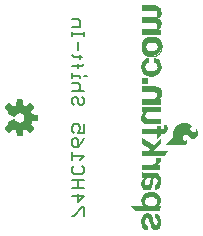
<source format=gbr>
G04 EAGLE Gerber RS-274X export*
G75*
%MOMM*%
%FSLAX34Y34*%
%LPD*%
%INSilkscreen Bottom*%
%IPPOS*%
%AMOC8*
5,1,8,0,0,1.08239X$1,22.5*%
G01*
%ADD10C,0.203200*%
%ADD11C,0.025400*%
%ADD12R,0.485100X0.495300*%

G36*
X40035Y136780D02*
X40035Y136780D01*
X40143Y136794D01*
X40155Y136800D01*
X40169Y136802D01*
X40265Y136854D01*
X40362Y136901D01*
X40372Y136911D01*
X40384Y136917D01*
X40458Y136997D01*
X40535Y137073D01*
X40541Y137085D01*
X40551Y137096D01*
X40596Y137194D01*
X40644Y137291D01*
X40648Y137309D01*
X40652Y137318D01*
X40654Y137339D01*
X40673Y137436D01*
X41116Y141787D01*
X42275Y142158D01*
X42293Y142168D01*
X42390Y142206D01*
X43472Y142763D01*
X46862Y139999D01*
X46956Y139945D01*
X47048Y139888D01*
X47061Y139885D01*
X47073Y139878D01*
X47180Y139857D01*
X47285Y139832D01*
X47299Y139834D01*
X47313Y139831D01*
X47420Y139846D01*
X47528Y139856D01*
X47541Y139862D01*
X47555Y139864D01*
X47652Y139912D01*
X47751Y139957D01*
X47764Y139968D01*
X47773Y139972D01*
X47788Y139988D01*
X47865Y140050D01*
X50450Y142635D01*
X50513Y142724D01*
X50579Y142809D01*
X50584Y142822D01*
X50592Y142834D01*
X50623Y142937D01*
X50659Y143040D01*
X50659Y143054D01*
X50663Y143067D01*
X50659Y143175D01*
X50660Y143284D01*
X50655Y143297D01*
X50655Y143311D01*
X50617Y143413D01*
X50582Y143515D01*
X50573Y143530D01*
X50569Y143539D01*
X50555Y143556D01*
X50501Y143638D01*
X47737Y147028D01*
X48294Y148110D01*
X48300Y148130D01*
X48342Y148225D01*
X48713Y149384D01*
X53064Y149827D01*
X53168Y149855D01*
X53274Y149880D01*
X53286Y149887D01*
X53299Y149890D01*
X53389Y149951D01*
X53482Y150008D01*
X53490Y150019D01*
X53502Y150027D01*
X53568Y150113D01*
X53637Y150197D01*
X53641Y150210D01*
X53650Y150221D01*
X53684Y150324D01*
X53723Y150425D01*
X53724Y150443D01*
X53728Y150452D01*
X53728Y150474D01*
X53737Y150572D01*
X53737Y154228D01*
X53720Y154335D01*
X53706Y154443D01*
X53700Y154455D01*
X53698Y154469D01*
X53646Y154565D01*
X53599Y154662D01*
X53589Y154672D01*
X53583Y154684D01*
X53503Y154758D01*
X53427Y154835D01*
X53415Y154841D01*
X53405Y154851D01*
X53306Y154896D01*
X53209Y154944D01*
X53191Y154948D01*
X53182Y154952D01*
X53161Y154954D01*
X53064Y154973D01*
X48713Y155416D01*
X48342Y156575D01*
X48332Y156593D01*
X48294Y156690D01*
X47737Y157772D01*
X50501Y161162D01*
X50555Y161256D01*
X50612Y161348D01*
X50615Y161361D01*
X50622Y161373D01*
X50643Y161480D01*
X50668Y161585D01*
X50666Y161599D01*
X50669Y161613D01*
X50654Y161720D01*
X50644Y161828D01*
X50638Y161841D01*
X50636Y161855D01*
X50588Y161952D01*
X50543Y162051D01*
X50532Y162064D01*
X50528Y162073D01*
X50512Y162088D01*
X50450Y162165D01*
X47865Y164750D01*
X47776Y164813D01*
X47691Y164879D01*
X47678Y164884D01*
X47666Y164892D01*
X47563Y164923D01*
X47460Y164959D01*
X47446Y164959D01*
X47433Y164963D01*
X47325Y164959D01*
X47216Y164960D01*
X47203Y164955D01*
X47189Y164955D01*
X47087Y164917D01*
X46985Y164882D01*
X46970Y164873D01*
X46961Y164869D01*
X46944Y164855D01*
X46862Y164801D01*
X43472Y162037D01*
X42390Y162594D01*
X42370Y162600D01*
X42275Y162642D01*
X41116Y163013D01*
X40673Y167364D01*
X40645Y167468D01*
X40620Y167574D01*
X40613Y167586D01*
X40610Y167599D01*
X40549Y167689D01*
X40492Y167782D01*
X40481Y167790D01*
X40473Y167802D01*
X40387Y167868D01*
X40303Y167937D01*
X40290Y167941D01*
X40279Y167950D01*
X40176Y167984D01*
X40075Y168023D01*
X40057Y168024D01*
X40048Y168028D01*
X40026Y168028D01*
X39928Y168037D01*
X36272Y168037D01*
X36165Y168020D01*
X36057Y168006D01*
X36045Y168000D01*
X36031Y167998D01*
X35935Y167946D01*
X35838Y167899D01*
X35828Y167889D01*
X35816Y167883D01*
X35742Y167803D01*
X35665Y167727D01*
X35659Y167715D01*
X35649Y167705D01*
X35604Y167606D01*
X35556Y167509D01*
X35552Y167491D01*
X35548Y167482D01*
X35546Y167461D01*
X35527Y167364D01*
X35084Y163013D01*
X33925Y162642D01*
X33907Y162632D01*
X33810Y162594D01*
X32728Y162037D01*
X29338Y164801D01*
X29244Y164855D01*
X29152Y164912D01*
X29139Y164915D01*
X29127Y164922D01*
X29020Y164943D01*
X28915Y164968D01*
X28901Y164966D01*
X28887Y164969D01*
X28780Y164954D01*
X28672Y164944D01*
X28659Y164938D01*
X28646Y164936D01*
X28548Y164888D01*
X28449Y164843D01*
X28436Y164832D01*
X28427Y164828D01*
X28412Y164812D01*
X28335Y164750D01*
X25750Y162165D01*
X25687Y162076D01*
X25621Y161991D01*
X25616Y161978D01*
X25608Y161966D01*
X25577Y161863D01*
X25541Y161760D01*
X25541Y161746D01*
X25537Y161733D01*
X25541Y161625D01*
X25540Y161516D01*
X25545Y161503D01*
X25545Y161489D01*
X25583Y161387D01*
X25618Y161285D01*
X25627Y161270D01*
X25631Y161261D01*
X25645Y161244D01*
X25699Y161162D01*
X28463Y157772D01*
X27906Y156690D01*
X27889Y156637D01*
X27863Y156588D01*
X27852Y156522D01*
X27831Y156458D01*
X27832Y156402D01*
X27823Y156348D01*
X27834Y156281D01*
X27835Y156214D01*
X27853Y156162D01*
X27862Y156107D01*
X27894Y156047D01*
X27917Y155984D01*
X27951Y155941D01*
X27977Y155892D01*
X28026Y155845D01*
X28068Y155793D01*
X28115Y155763D01*
X28155Y155725D01*
X28260Y155668D01*
X28273Y155660D01*
X28278Y155659D01*
X28285Y155655D01*
X33482Y153502D01*
X33581Y153479D01*
X33679Y153450D01*
X33700Y153451D01*
X33720Y153446D01*
X33821Y153456D01*
X33922Y153461D01*
X33942Y153468D01*
X33963Y153470D01*
X34055Y153512D01*
X34150Y153549D01*
X34166Y153562D01*
X34185Y153571D01*
X34259Y153640D01*
X34337Y153705D01*
X34353Y153728D01*
X34363Y153738D01*
X34375Y153759D01*
X34422Y153826D01*
X34928Y154725D01*
X35572Y155412D01*
X36360Y155927D01*
X37248Y156239D01*
X38185Y156331D01*
X39117Y156198D01*
X39991Y155847D01*
X40756Y155298D01*
X41369Y154584D01*
X41794Y153744D01*
X42008Y152828D01*
X41998Y151886D01*
X41764Y150974D01*
X41321Y150144D01*
X40692Y149443D01*
X39915Y148911D01*
X39034Y148580D01*
X38099Y148467D01*
X37182Y148575D01*
X36314Y148895D01*
X35545Y149409D01*
X34918Y150088D01*
X34423Y150972D01*
X34359Y151052D01*
X34299Y151135D01*
X34283Y151147D01*
X34270Y151163D01*
X34184Y151218D01*
X34101Y151278D01*
X34082Y151284D01*
X34065Y151294D01*
X33966Y151319D01*
X33868Y151349D01*
X33848Y151348D01*
X33828Y151353D01*
X33726Y151344D01*
X33624Y151341D01*
X33599Y151333D01*
X33585Y151332D01*
X33563Y151323D01*
X33482Y151298D01*
X28285Y149145D01*
X28238Y149116D01*
X28186Y149095D01*
X28135Y149052D01*
X28078Y149016D01*
X28043Y148973D01*
X28000Y148937D01*
X27966Y148880D01*
X27923Y148828D01*
X27904Y148776D01*
X27875Y148728D01*
X27861Y148662D01*
X27837Y148599D01*
X27835Y148544D01*
X27824Y148490D01*
X27831Y148423D01*
X27829Y148356D01*
X27845Y148302D01*
X27852Y148247D01*
X27896Y148136D01*
X27900Y148122D01*
X27903Y148118D01*
X27906Y148110D01*
X28463Y147028D01*
X25699Y143638D01*
X25645Y143544D01*
X25588Y143452D01*
X25585Y143439D01*
X25578Y143427D01*
X25557Y143320D01*
X25532Y143215D01*
X25534Y143201D01*
X25531Y143187D01*
X25546Y143080D01*
X25556Y142972D01*
X25562Y142959D01*
X25564Y142946D01*
X25612Y142848D01*
X25657Y142749D01*
X25668Y142736D01*
X25672Y142727D01*
X25688Y142712D01*
X25750Y142635D01*
X28335Y140050D01*
X28424Y139987D01*
X28509Y139921D01*
X28522Y139916D01*
X28534Y139908D01*
X28637Y139877D01*
X28740Y139841D01*
X28754Y139841D01*
X28767Y139837D01*
X28875Y139841D01*
X28984Y139840D01*
X28997Y139845D01*
X29011Y139845D01*
X29113Y139883D01*
X29215Y139918D01*
X29230Y139927D01*
X29239Y139931D01*
X29256Y139945D01*
X29338Y139999D01*
X32728Y142763D01*
X33810Y142206D01*
X33830Y142200D01*
X33925Y142158D01*
X35084Y141787D01*
X35527Y137436D01*
X35555Y137332D01*
X35580Y137226D01*
X35587Y137214D01*
X35590Y137201D01*
X35651Y137111D01*
X35708Y137018D01*
X35719Y137010D01*
X35727Y136998D01*
X35813Y136932D01*
X35897Y136864D01*
X35910Y136859D01*
X35921Y136850D01*
X36024Y136816D01*
X36125Y136777D01*
X36143Y136776D01*
X36152Y136772D01*
X36174Y136773D01*
X36272Y136763D01*
X39928Y136763D01*
X40035Y136780D01*
G37*
G36*
X176103Y129137D02*
X176103Y129137D01*
X176109Y129135D01*
X176940Y129205D01*
X176951Y129211D01*
X176966Y129210D01*
X177765Y129450D01*
X177775Y129458D01*
X177789Y129460D01*
X178521Y129861D01*
X178529Y129871D01*
X178542Y129876D01*
X179092Y130346D01*
X179097Y130357D01*
X179109Y130364D01*
X179554Y130934D01*
X179557Y130946D01*
X179567Y130956D01*
X179888Y131604D01*
X179889Y131616D01*
X179897Y131628D01*
X180081Y132327D01*
X180080Y132338D01*
X180085Y132349D01*
X180158Y133289D01*
X180156Y133298D01*
X180159Y133305D01*
X180158Y133307D01*
X180158Y133309D01*
X180085Y134249D01*
X180083Y134253D01*
X180084Y134259D01*
X180008Y134742D01*
X179983Y134781D01*
X179962Y134821D01*
X179958Y134822D01*
X179956Y134825D01*
X179911Y134835D01*
X179867Y134847D01*
X179863Y134845D01*
X179859Y134846D01*
X179821Y134821D01*
X179782Y134798D01*
X179781Y134793D01*
X179778Y134791D01*
X179769Y134750D01*
X179757Y134710D01*
X179773Y134552D01*
X179745Y134414D01*
X179674Y134281D01*
X179075Y133457D01*
X179009Y133389D01*
X178961Y133339D01*
X178823Y133267D01*
X178408Y133174D01*
X177980Y133174D01*
X177564Y133267D01*
X177160Y133473D01*
X176832Y133786D01*
X176467Y134392D01*
X176260Y135070D01*
X176225Y135781D01*
X176322Y136391D01*
X176520Y136977D01*
X176813Y137520D01*
X177178Y137945D01*
X177638Y138260D01*
X178163Y138446D01*
X178719Y138489D01*
X179267Y138387D01*
X179770Y138147D01*
X180205Y137777D01*
X181746Y136324D01*
X181756Y136321D01*
X181762Y136312D01*
X183520Y135125D01*
X183533Y135123D01*
X183543Y135113D01*
X184231Y134833D01*
X184246Y134834D01*
X184261Y134825D01*
X184996Y134726D01*
X185011Y134730D01*
X185028Y134725D01*
X185765Y134812D01*
X185778Y134820D01*
X185796Y134820D01*
X186488Y135087D01*
X186499Y135098D01*
X186516Y135102D01*
X187119Y135533D01*
X187126Y135544D01*
X187138Y135549D01*
X187316Y135738D01*
X187317Y135738D01*
X187555Y135991D01*
X187556Y135991D01*
X187794Y136243D01*
X187796Y136245D01*
X187799Y136253D01*
X187807Y136258D01*
X188367Y137035D01*
X188370Y137045D01*
X188378Y137053D01*
X188766Y137833D01*
X188767Y137845D01*
X188775Y137856D01*
X189006Y138696D01*
X189005Y138708D01*
X189011Y138720D01*
X189077Y139588D01*
X189073Y139599D01*
X189077Y139610D01*
X188991Y140510D01*
X188987Y140519D01*
X188988Y140529D01*
X188768Y141407D01*
X188762Y141415D01*
X188761Y141427D01*
X188660Y141655D01*
X188508Y142011D01*
X188508Y142012D01*
X188287Y142516D01*
X188276Y142526D01*
X188271Y142543D01*
X187933Y142978D01*
X187926Y142981D01*
X187922Y142989D01*
X187897Y143014D01*
X187897Y143015D01*
X187896Y143017D01*
X187804Y143052D01*
X187715Y143011D01*
X187682Y142926D01*
X187682Y142323D01*
X187625Y141812D01*
X187486Y141322D01*
X187231Y140841D01*
X187227Y140838D01*
X186861Y140446D01*
X186401Y140160D01*
X185882Y140003D01*
X185579Y139991D01*
X185279Y140050D01*
X184785Y140256D01*
X184327Y140539D01*
X183917Y140890D01*
X183563Y141302D01*
X182912Y142204D01*
X182663Y142692D01*
X182565Y143222D01*
X182623Y143760D01*
X182688Y143934D01*
X182937Y144295D01*
X183276Y144569D01*
X183379Y144613D01*
X183499Y144629D01*
X184379Y144629D01*
X184420Y144646D01*
X184462Y144660D01*
X184465Y144665D01*
X184470Y144667D01*
X184486Y144708D01*
X184505Y144748D01*
X184503Y144754D01*
X184505Y144759D01*
X184493Y144786D01*
X184477Y144835D01*
X183556Y145961D01*
X183544Y145967D01*
X183537Y145979D01*
X182400Y146886D01*
X182389Y146889D01*
X182381Y146898D01*
X181447Y147400D01*
X181437Y147401D01*
X181429Y147407D01*
X180432Y147765D01*
X180422Y147765D01*
X180413Y147770D01*
X179374Y147977D01*
X179363Y147975D01*
X179353Y147979D01*
X177425Y148040D01*
X177414Y148035D01*
X177402Y148038D01*
X175495Y147750D01*
X175485Y147744D01*
X175473Y147744D01*
X173649Y147116D01*
X173640Y147109D01*
X173628Y147107D01*
X171947Y146160D01*
X171941Y146152D01*
X171930Y146149D01*
X170823Y145264D01*
X170820Y145259D01*
X170815Y145256D01*
X170814Y145254D01*
X170810Y145252D01*
X170457Y144878D01*
X169981Y144373D01*
X169838Y144221D01*
X169835Y144213D01*
X169827Y144207D01*
X169010Y143050D01*
X169008Y143040D01*
X169000Y143032D01*
X168400Y141802D01*
X168399Y141791D01*
X168391Y141781D01*
X168023Y140462D01*
X168025Y140451D01*
X168019Y140440D01*
X167895Y139076D01*
X167897Y139071D01*
X167895Y139065D01*
X167895Y136790D01*
X167830Y136422D01*
X167703Y136071D01*
X167114Y135081D01*
X166332Y134227D01*
X160850Y129355D01*
X160848Y129351D01*
X160843Y129349D01*
X160827Y129307D01*
X160808Y129266D01*
X160810Y129262D01*
X160808Y129257D01*
X160827Y129216D01*
X160842Y129174D01*
X160847Y129172D01*
X160849Y129168D01*
X160922Y129139D01*
X160933Y129135D01*
X160934Y129135D01*
X176098Y129135D01*
X176103Y129137D01*
G37*
G36*
X156603Y73600D02*
X156603Y73600D01*
X156642Y73610D01*
X156648Y73619D01*
X156657Y73623D01*
X156668Y73651D01*
X156690Y73688D01*
X157426Y77574D01*
X157423Y77588D01*
X157428Y77603D01*
X157413Y77635D01*
X157405Y77670D01*
X157392Y77678D01*
X157386Y77692D01*
X157347Y77706D01*
X157322Y77722D01*
X157311Y77719D01*
X157300Y77723D01*
X155383Y77699D01*
X155532Y77833D01*
X155533Y77834D01*
X155534Y77834D01*
X156499Y78723D01*
X156501Y78729D01*
X156508Y78733D01*
X156809Y79076D01*
X156813Y79087D01*
X156823Y79095D01*
X157056Y79489D01*
X157057Y79498D01*
X157064Y79506D01*
X157597Y80827D01*
X157597Y80838D01*
X157604Y80848D01*
X157706Y81330D01*
X157703Y81342D01*
X157708Y81354D01*
X157733Y83335D01*
X157729Y83346D01*
X157731Y83358D01*
X157548Y84443D01*
X157541Y84453D01*
X157541Y84468D01*
X157141Y85492D01*
X157133Y85499D01*
X157131Y85511D01*
X156590Y86413D01*
X156584Y86418D01*
X156581Y86427D01*
X155928Y87251D01*
X155918Y87257D01*
X155913Y87267D01*
X155023Y88059D01*
X155010Y88063D01*
X155001Y88075D01*
X153960Y88654D01*
X153948Y88656D01*
X153937Y88664D01*
X151824Y89338D01*
X151813Y89337D01*
X151802Y89343D01*
X149602Y89626D01*
X149591Y89623D01*
X149579Y89627D01*
X147364Y89509D01*
X147354Y89504D01*
X147342Y89506D01*
X145966Y89183D01*
X145957Y89177D01*
X145945Y89176D01*
X144645Y88620D01*
X144637Y88612D01*
X144626Y88610D01*
X143441Y87838D01*
X143435Y87829D01*
X143424Y87824D01*
X142717Y87167D01*
X142713Y87157D01*
X142703Y87151D01*
X142118Y86383D01*
X142116Y86372D01*
X142107Y86365D01*
X141661Y85509D01*
X141660Y85498D01*
X141652Y85489D01*
X141358Y84570D01*
X141359Y84560D01*
X141353Y84550D01*
X141164Y83338D01*
X141166Y83329D01*
X141163Y83320D01*
X141146Y82093D01*
X141149Y82085D01*
X141147Y82075D01*
X141302Y80858D01*
X141307Y80848D01*
X141307Y80836D01*
X141571Y79992D01*
X141579Y79982D01*
X141582Y79967D01*
X142019Y79198D01*
X142029Y79190D01*
X142034Y79176D01*
X142624Y78516D01*
X142636Y78510D01*
X142644Y78498D01*
X143360Y77978D01*
X143362Y77977D01*
X132258Y77977D01*
X132214Y77959D01*
X132171Y77942D01*
X132170Y77940D01*
X132167Y77939D01*
X132150Y77895D01*
X132132Y77851D01*
X132133Y77849D01*
X132132Y77847D01*
X132141Y77826D01*
X132164Y77766D01*
X135898Y73626D01*
X135904Y73624D01*
X135907Y73618D01*
X135967Y73594D01*
X135988Y73585D01*
X135990Y73586D01*
X135992Y73585D01*
X156566Y73585D01*
X156603Y73600D01*
G37*
G36*
X157685Y222735D02*
X157685Y222735D01*
X157687Y222734D01*
X157730Y222754D01*
X157774Y222772D01*
X157774Y222774D01*
X157776Y222775D01*
X157809Y222860D01*
X157809Y226847D01*
X157808Y226849D01*
X157809Y226851D01*
X157789Y226894D01*
X157771Y226938D01*
X157769Y226938D01*
X157768Y226940D01*
X157683Y226973D01*
X155630Y226973D01*
X155637Y227004D01*
X156033Y227306D01*
X156036Y227312D01*
X156044Y227315D01*
X156831Y228077D01*
X156834Y228085D01*
X156841Y228089D01*
X157453Y228851D01*
X157457Y228865D01*
X157470Y228877D01*
X157874Y229767D01*
X157874Y229779D01*
X157882Y229790D01*
X158136Y230882D01*
X158135Y230891D01*
X158139Y230899D01*
X158266Y232271D01*
X158263Y232281D01*
X158266Y232292D01*
X158197Y233249D01*
X158191Y233260D01*
X158192Y233274D01*
X157932Y234197D01*
X157924Y234207D01*
X157922Y234220D01*
X157519Y235010D01*
X157510Y235018D01*
X157506Y235031D01*
X156960Y235729D01*
X156949Y235735D01*
X156943Y235747D01*
X156274Y236329D01*
X156262Y236332D01*
X156260Y236335D01*
X156260Y236336D01*
X156259Y236336D01*
X156254Y236343D01*
X155596Y236723D01*
X155638Y236765D01*
X156119Y237220D01*
X156120Y237223D01*
X156123Y237224D01*
X156882Y238012D01*
X156885Y238021D01*
X156894Y238026D01*
X157532Y238915D01*
X157534Y238926D01*
X157542Y238934D01*
X157936Y239739D01*
X157936Y239751D01*
X157944Y239762D01*
X158176Y240627D01*
X158174Y240639D01*
X158180Y240651D01*
X158241Y241545D01*
X158240Y241548D01*
X158241Y241549D01*
X158238Y241555D01*
X158241Y241565D01*
X158134Y242844D01*
X158130Y242851D01*
X158132Y242858D01*
X157883Y244118D01*
X157877Y244127D01*
X157877Y244139D01*
X157551Y245005D01*
X157541Y245015D01*
X157538Y245030D01*
X157031Y245804D01*
X157019Y245811D01*
X157013Y245825D01*
X156349Y246471D01*
X156337Y246475D01*
X156328Y246487D01*
X155389Y247075D01*
X155376Y247077D01*
X155366Y247087D01*
X154327Y247473D01*
X154314Y247472D01*
X154302Y247479D01*
X153206Y247648D01*
X153197Y247645D01*
X153187Y247649D01*
X141605Y247649D01*
X141603Y247648D01*
X141601Y247649D01*
X141558Y247629D01*
X141514Y247611D01*
X141514Y247609D01*
X141512Y247608D01*
X141479Y247523D01*
X141479Y243281D01*
X141480Y243279D01*
X141479Y243277D01*
X141499Y243234D01*
X141517Y243190D01*
X141519Y243190D01*
X141520Y243188D01*
X141605Y243155D01*
X151884Y243155D01*
X152764Y243048D01*
X153586Y242736D01*
X153970Y242475D01*
X154283Y242132D01*
X154509Y241726D01*
X154637Y241278D01*
X154705Y240374D01*
X154613Y239471D01*
X154487Y239062D01*
X154277Y238689D01*
X153991Y238371D01*
X153463Y237986D01*
X152868Y237713D01*
X152229Y237564D01*
X151126Y237489D01*
X141605Y237489D01*
X141603Y237488D01*
X141601Y237489D01*
X141558Y237469D01*
X141514Y237451D01*
X141514Y237449D01*
X141512Y237448D01*
X141479Y237363D01*
X141479Y233045D01*
X141480Y233043D01*
X141479Y233041D01*
X141499Y232998D01*
X141517Y232954D01*
X141519Y232954D01*
X141520Y232952D01*
X141605Y232919D01*
X152164Y232919D01*
X152827Y232839D01*
X153446Y232608D01*
X153993Y232238D01*
X154311Y231891D01*
X154544Y231483D01*
X154680Y231032D01*
X154712Y230555D01*
X154662Y229707D01*
X154580Y229267D01*
X154402Y228863D01*
X154136Y228509D01*
X153192Y227689D01*
X152654Y227406D01*
X152063Y227274D01*
X151441Y227304D01*
X151438Y227303D01*
X151435Y227304D01*
X141630Y227304D01*
X141628Y227303D01*
X141626Y227304D01*
X141583Y227284D01*
X141539Y227266D01*
X141539Y227264D01*
X141537Y227263D01*
X141504Y227178D01*
X141504Y222860D01*
X141505Y222858D01*
X141504Y222856D01*
X141524Y222813D01*
X141542Y222769D01*
X141544Y222769D01*
X141545Y222767D01*
X141630Y222734D01*
X157683Y222734D01*
X157685Y222735D01*
G37*
G36*
X146533Y90958D02*
X146533Y90958D01*
X146545Y90963D01*
X146560Y90961D01*
X147501Y91167D01*
X147513Y91176D01*
X147530Y91177D01*
X148392Y91606D01*
X148401Y91616D01*
X148416Y91621D01*
X149025Y92119D01*
X149029Y92127D01*
X149037Y92130D01*
X149038Y92134D01*
X149043Y92137D01*
X149541Y92747D01*
X149544Y92759D01*
X149555Y92768D01*
X149921Y93464D01*
X149922Y93475D01*
X149929Y93484D01*
X150413Y94969D01*
X150412Y94977D01*
X150417Y94986D01*
X150695Y96523D01*
X150694Y96527D01*
X150697Y96532D01*
X150925Y98738D01*
X151151Y100044D01*
X151316Y100513D01*
X151562Y100941D01*
X151823Y101225D01*
X151910Y101285D01*
X152007Y101327D01*
X152528Y101438D01*
X153059Y101438D01*
X153580Y101327D01*
X153894Y101188D01*
X154173Y100989D01*
X154407Y100736D01*
X154600Y100422D01*
X154728Y100076D01*
X154789Y99707D01*
X154839Y98352D01*
X154785Y97765D01*
X154620Y97204D01*
X154365Y96740D01*
X154009Y96350D01*
X153571Y96055D01*
X153076Y95871D01*
X152545Y95808D01*
X152502Y95808D01*
X152500Y95807D01*
X152498Y95808D01*
X152455Y95788D01*
X152411Y95770D01*
X152411Y95768D01*
X152409Y95767D01*
X152376Y95682D01*
X152376Y91541D01*
X152374Y91540D01*
X152364Y91498D01*
X152350Y91456D01*
X152353Y91450D01*
X152352Y91444D01*
X152368Y91419D01*
X152389Y91374D01*
X152414Y91349D01*
X152415Y91349D01*
X152457Y91333D01*
X152506Y91314D01*
X152507Y91314D01*
X152549Y91334D01*
X152592Y91353D01*
X153483Y91475D01*
X153494Y91481D01*
X153509Y91481D01*
X154450Y91815D01*
X154460Y91824D01*
X154474Y91827D01*
X155327Y92346D01*
X155335Y92357D01*
X155348Y92362D01*
X156078Y93045D01*
X156083Y93057D01*
X156095Y93065D01*
X156669Y93882D01*
X156672Y93894D01*
X156681Y93903D01*
X157210Y95061D01*
X157210Y95071D01*
X157217Y95080D01*
X157551Y96309D01*
X157550Y96318D01*
X157554Y96327D01*
X157768Y98067D01*
X157765Y98075D01*
X157768Y98083D01*
X157760Y99837D01*
X157757Y99844D01*
X157759Y99853D01*
X157529Y101592D01*
X157524Y101600D01*
X157525Y101611D01*
X157100Y103025D01*
X157092Y103034D01*
X157091Y103048D01*
X156397Y104351D01*
X156387Y104360D01*
X156382Y104374D01*
X155899Y104936D01*
X155885Y104943D01*
X155876Y104957D01*
X155271Y105384D01*
X155256Y105387D01*
X155244Y105399D01*
X154553Y105666D01*
X154538Y105665D01*
X154523Y105673D01*
X153788Y105764D01*
X153780Y105762D01*
X153772Y105765D01*
X148946Y105765D01*
X148944Y105764D01*
X148942Y105765D01*
X148927Y105758D01*
X148843Y105790D01*
X144505Y105765D01*
X143168Y105867D01*
X141873Y106216D01*
X141674Y106290D01*
X141649Y106289D01*
X141626Y106298D01*
X141602Y106287D01*
X141576Y106286D01*
X141559Y106267D01*
X141537Y106257D01*
X141526Y106230D01*
X141510Y106212D01*
X141512Y106193D01*
X141504Y106172D01*
X141504Y102138D01*
X141501Y102102D01*
X141510Y102074D01*
X141514Y102034D01*
X141533Y101997D01*
X141550Y101983D01*
X141555Y101972D01*
X141562Y101969D01*
X141579Y101946D01*
X141615Y101925D01*
X141632Y101922D01*
X141648Y101910D01*
X141928Y101834D01*
X141931Y101835D01*
X141934Y101833D01*
X142963Y101606D01*
X142986Y101597D01*
X142992Y101590D01*
X142994Y101582D01*
X142993Y101573D01*
X142977Y101549D01*
X142274Y100722D01*
X142270Y100711D01*
X142260Y100702D01*
X141720Y99751D01*
X141719Y99740D01*
X141711Y99730D01*
X141358Y98695D01*
X141359Y98683D01*
X141353Y98673D01*
X141112Y97055D01*
X141115Y97045D01*
X141111Y97034D01*
X141149Y95399D01*
X141154Y95388D01*
X141152Y95374D01*
X141460Y94002D01*
X141468Y93991D01*
X141469Y93976D01*
X142075Y92707D01*
X142085Y92698D01*
X142089Y92684D01*
X142431Y92236D01*
X142441Y92230D01*
X142447Y92218D01*
X142867Y91841D01*
X142878Y91837D01*
X142886Y91827D01*
X143369Y91535D01*
X143380Y91533D01*
X143390Y91525D01*
X144383Y91152D01*
X144394Y91152D01*
X144405Y91146D01*
X145449Y90957D01*
X145460Y90960D01*
X145472Y90955D01*
X146533Y90958D01*
G37*
G36*
X160903Y120100D02*
X160903Y120100D01*
X160923Y120098D01*
X160950Y120120D01*
X160975Y120130D01*
X160980Y120145D01*
X160994Y120155D01*
X163356Y124295D01*
X163360Y124330D01*
X163372Y124362D01*
X163365Y124377D01*
X163367Y124393D01*
X163345Y124420D01*
X163331Y124451D01*
X163315Y124458D01*
X163305Y124470D01*
X163278Y124472D01*
X163246Y124484D01*
X151816Y124484D01*
X157290Y129959D01*
X157292Y129962D01*
X157294Y129963D01*
X157327Y130048D01*
X157327Y134722D01*
X157327Y134724D01*
X157327Y134725D01*
X157307Y134769D01*
X157289Y134813D01*
X157287Y134813D01*
X157286Y134815D01*
X157242Y134831D01*
X157197Y134848D01*
X157195Y134847D01*
X157194Y134848D01*
X157111Y134810D01*
X151545Y129119D01*
X141650Y135716D01*
X141612Y135723D01*
X141575Y135737D01*
X141565Y135732D01*
X141553Y135734D01*
X141522Y135712D01*
X141486Y135695D01*
X141482Y135684D01*
X141473Y135678D01*
X141468Y135648D01*
X141454Y135610D01*
X141479Y130530D01*
X141486Y130513D01*
X141484Y130495D01*
X141506Y130466D01*
X141518Y130440D01*
X141530Y130435D01*
X141540Y130423D01*
X148518Y126190D01*
X148444Y126113D01*
X148322Y125987D01*
X148321Y125987D01*
X147953Y125608D01*
X147831Y125482D01*
X147708Y125356D01*
X147340Y124977D01*
X147217Y124851D01*
X147095Y124725D01*
X146911Y124535D01*
X141503Y124535D01*
X141501Y124534D01*
X141499Y124535D01*
X141456Y124515D01*
X141412Y124497D01*
X141412Y124495D01*
X141410Y124494D01*
X141377Y124409D01*
X141377Y120269D01*
X141378Y120266D01*
X141377Y120263D01*
X141414Y120180D01*
X141465Y120129D01*
X141468Y120128D01*
X141469Y120125D01*
X141554Y120092D01*
X160884Y120092D01*
X160903Y120100D01*
G37*
G36*
X157279Y146992D02*
X157279Y146992D01*
X157281Y146991D01*
X157324Y147011D01*
X157368Y147029D01*
X157368Y147031D01*
X157370Y147032D01*
X157403Y147117D01*
X157403Y151257D01*
X157402Y151259D01*
X157403Y151261D01*
X157383Y151304D01*
X157365Y151348D01*
X157363Y151348D01*
X157362Y151350D01*
X157277Y151383D01*
X147280Y151383D01*
X146450Y151532D01*
X145682Y151875D01*
X145320Y152147D01*
X145019Y152488D01*
X144794Y152883D01*
X144571Y153572D01*
X144491Y154291D01*
X144558Y155012D01*
X144770Y155703D01*
X145058Y156213D01*
X145455Y156644D01*
X145940Y156971D01*
X146490Y157180D01*
X147694Y157405D01*
X148924Y157481D01*
X157226Y157481D01*
X157228Y157482D01*
X157230Y157481D01*
X157273Y157501D01*
X157317Y157519D01*
X157317Y157521D01*
X157319Y157522D01*
X157352Y157607D01*
X157352Y161823D01*
X157351Y161825D01*
X157352Y161827D01*
X157332Y161870D01*
X157314Y161914D01*
X157312Y161914D01*
X157311Y161916D01*
X157226Y161949D01*
X141605Y161949D01*
X141603Y161948D01*
X141601Y161949D01*
X141558Y161929D01*
X141514Y161911D01*
X141514Y161909D01*
X141512Y161908D01*
X141479Y161823D01*
X141479Y157810D01*
X141480Y157808D01*
X141479Y157806D01*
X141499Y157763D01*
X141517Y157719D01*
X141519Y157719D01*
X141520Y157717D01*
X141605Y157684D01*
X143662Y157684D01*
X143021Y157177D01*
X143017Y157169D01*
X143008Y157165D01*
X142901Y157052D01*
X142781Y156926D01*
X142542Y156674D01*
X142422Y156547D01*
X142302Y156421D01*
X142223Y156338D01*
X142220Y156329D01*
X142212Y156324D01*
X141553Y155394D01*
X141551Y155385D01*
X141543Y155377D01*
X141421Y155132D01*
X141420Y155121D01*
X141413Y155112D01*
X141332Y154850D01*
X141333Y154841D01*
X141328Y154832D01*
X141105Y153354D01*
X141107Y153346D01*
X141103Y153338D01*
X141073Y151844D01*
X141077Y151834D01*
X141074Y151823D01*
X141221Y150790D01*
X141227Y150780D01*
X141227Y150766D01*
X141570Y149780D01*
X141578Y149771D01*
X141580Y149758D01*
X142106Y148856D01*
X142116Y148849D01*
X142121Y148836D01*
X142349Y148582D01*
X142360Y148576D01*
X142368Y148565D01*
X143253Y147905D01*
X143264Y147902D01*
X143273Y147892D01*
X144263Y147404D01*
X144275Y147404D01*
X144285Y147396D01*
X145348Y147096D01*
X145359Y147098D01*
X145371Y147092D01*
X146470Y146991D01*
X146476Y146993D01*
X146482Y146991D01*
X157277Y146991D01*
X157279Y146992D01*
G37*
G36*
X157253Y164188D02*
X157253Y164188D01*
X157255Y164187D01*
X157298Y164207D01*
X157342Y164225D01*
X157342Y164227D01*
X157344Y164228D01*
X157377Y164313D01*
X157377Y168351D01*
X157376Y168353D01*
X157377Y168355D01*
X157357Y168398D01*
X157339Y168442D01*
X157337Y168442D01*
X157336Y168444D01*
X157251Y168477D01*
X155183Y168477D01*
X155212Y168519D01*
X155348Y168633D01*
X155726Y168910D01*
X155728Y168914D01*
X155733Y168916D01*
X156206Y169318D01*
X156210Y169325D01*
X156218Y169329D01*
X156634Y169790D01*
X156637Y169801D01*
X156647Y169808D01*
X157214Y170706D01*
X157217Y170719D01*
X157226Y170730D01*
X157595Y171727D01*
X157595Y171739D01*
X157602Y171752D01*
X157757Y172804D01*
X157754Y172814D01*
X157758Y172825D01*
X157737Y173660D01*
X157728Y174038D01*
X157719Y174417D01*
X157708Y174831D01*
X157704Y174842D01*
X157706Y174854D01*
X157500Y175831D01*
X157492Y175843D01*
X157491Y175859D01*
X157069Y176764D01*
X157058Y176773D01*
X157054Y176788D01*
X156436Y177573D01*
X156425Y177579D01*
X156419Y177591D01*
X155844Y178080D01*
X155833Y178083D01*
X155826Y178093D01*
X155177Y178477D01*
X155166Y178479D01*
X155157Y178487D01*
X154452Y178756D01*
X154443Y178756D01*
X154434Y178761D01*
X153327Y179001D01*
X153318Y178999D01*
X153310Y179004D01*
X152181Y179094D01*
X152176Y179092D01*
X152171Y179094D01*
X141630Y179094D01*
X141628Y179093D01*
X141626Y179094D01*
X141583Y179074D01*
X141539Y179056D01*
X141539Y179054D01*
X141537Y179053D01*
X141504Y178968D01*
X141504Y174879D01*
X141505Y174877D01*
X141504Y174875D01*
X141524Y174832D01*
X141542Y174788D01*
X141544Y174788D01*
X141545Y174786D01*
X141630Y174753D01*
X151276Y174753D01*
X151994Y174688D01*
X152682Y174497D01*
X153324Y174187D01*
X153711Y173891D01*
X154020Y173517D01*
X154237Y173082D01*
X154314Y172782D01*
X154331Y172466D01*
X154281Y171361D01*
X154194Y170805D01*
X153990Y170289D01*
X153676Y169832D01*
X153107Y169315D01*
X152428Y168952D01*
X151678Y168736D01*
X150895Y168655D01*
X141529Y168655D01*
X141527Y168654D01*
X141525Y168655D01*
X141482Y168635D01*
X141438Y168617D01*
X141438Y168615D01*
X141436Y168614D01*
X141403Y168529D01*
X141403Y164313D01*
X141404Y164311D01*
X141403Y164309D01*
X141423Y164266D01*
X141441Y164222D01*
X141443Y164222D01*
X141444Y164220D01*
X141529Y164187D01*
X157251Y164187D01*
X157253Y164188D01*
G37*
G36*
X150014Y204427D02*
X150014Y204427D01*
X150040Y204423D01*
X153596Y205236D01*
X153617Y205251D01*
X153646Y205260D01*
X156364Y207394D01*
X156376Y207416D01*
X156399Y207437D01*
X158076Y210815D01*
X158077Y210835D01*
X158088Y210856D01*
X158265Y212329D01*
X158263Y212336D01*
X158266Y212344D01*
X158266Y212395D01*
X158258Y212415D01*
X158257Y212441D01*
X158207Y212568D01*
X158187Y212589D01*
X158175Y212615D01*
X158153Y212624D01*
X158139Y212639D01*
X158115Y212638D01*
X158090Y212648D01*
X155169Y212648D01*
X155129Y212631D01*
X155088Y212619D01*
X155084Y212612D01*
X155078Y212610D01*
X155067Y212582D01*
X155044Y212539D01*
X154894Y211444D01*
X154259Y210296D01*
X153175Y209508D01*
X152286Y209112D01*
X150812Y208838D01*
X148953Y208788D01*
X147705Y208963D01*
X146556Y209337D01*
X145529Y209875D01*
X144521Y211523D01*
X144299Y213271D01*
X144891Y215022D01*
X145872Y216101D01*
X147082Y216644D01*
X148630Y217019D01*
X150055Y217019D01*
X151984Y216768D01*
X153596Y216024D01*
X154405Y215190D01*
X154918Y214237D01*
X155017Y213050D01*
X155017Y212954D01*
X155018Y212951D01*
X155017Y212948D01*
X155037Y212906D01*
X155055Y212863D01*
X155058Y212862D01*
X155060Y212859D01*
X155145Y212828D01*
X155147Y212828D01*
X158117Y212878D01*
X158126Y212882D01*
X158135Y212879D01*
X158170Y212901D01*
X158200Y212914D01*
X158206Y212917D01*
X158207Y212918D01*
X158210Y212927D01*
X158218Y212932D01*
X158231Y212983D01*
X158241Y213009D01*
X158241Y213010D01*
X158239Y213015D01*
X158240Y213020D01*
X157986Y215027D01*
X157980Y215038D01*
X157980Y215052D01*
X157421Y216678D01*
X157410Y216690D01*
X157406Y216709D01*
X156035Y218690D01*
X156022Y218698D01*
X156013Y218714D01*
X154743Y219806D01*
X154727Y219811D01*
X154712Y219825D01*
X152375Y220866D01*
X152358Y220867D01*
X152340Y220876D01*
X150155Y221156D01*
X150140Y221152D01*
X150124Y221156D01*
X148016Y220902D01*
X148008Y220898D01*
X147997Y220899D01*
X145533Y220213D01*
X145519Y220202D01*
X145500Y220198D01*
X144205Y219385D01*
X144196Y219373D01*
X144181Y219365D01*
X143038Y218171D01*
X143034Y218163D01*
X143026Y218157D01*
X142239Y217040D01*
X142235Y217023D01*
X142223Y217008D01*
X141588Y215154D01*
X141589Y215140D01*
X141581Y215126D01*
X141327Y212611D01*
X141332Y212597D01*
X141328Y212581D01*
X141734Y209584D01*
X141746Y209563D01*
X141752Y209534D01*
X143530Y206689D01*
X143551Y206675D01*
X143569Y206650D01*
X146058Y205050D01*
X146081Y205046D01*
X146106Y205031D01*
X149992Y204421D01*
X150014Y204427D01*
G37*
G36*
X146588Y57163D02*
X146588Y57163D01*
X146618Y57166D01*
X146619Y57167D01*
X146620Y57167D01*
X146629Y57178D01*
X146642Y57183D01*
X146645Y57189D01*
X146651Y57192D01*
X146663Y57222D01*
X146679Y57242D01*
X146679Y57244D01*
X146680Y57245D01*
X146679Y57260D01*
X146684Y57272D01*
X146683Y57275D01*
X146684Y57277D01*
X146684Y61138D01*
X146683Y61140D01*
X146684Y61142D01*
X146664Y61185D01*
X146646Y61229D01*
X146644Y61229D01*
X146643Y61231D01*
X146558Y61264D01*
X146511Y61264D01*
X146014Y61293D01*
X145552Y61440D01*
X145138Y61695D01*
X144695Y62137D01*
X144358Y62664D01*
X144141Y63251D01*
X144068Y63813D01*
X144068Y65143D01*
X144142Y65746D01*
X144339Y66313D01*
X144651Y66826D01*
X144735Y66910D01*
X144859Y67037D01*
X144935Y67114D01*
X145280Y67322D01*
X145665Y67439D01*
X146069Y67456D01*
X146464Y67371D01*
X146826Y67191D01*
X147130Y66925D01*
X147361Y66589D01*
X147831Y65482D01*
X148137Y64308D01*
X149000Y60677D01*
X149005Y60670D01*
X149005Y60661D01*
X149311Y59853D01*
X149317Y59846D01*
X149319Y59836D01*
X149746Y59085D01*
X149753Y59079D01*
X149757Y59069D01*
X150294Y58392D01*
X150304Y58387D01*
X150310Y58376D01*
X150695Y58039D01*
X150708Y58035D01*
X150717Y58024D01*
X151164Y57775D01*
X151177Y57774D01*
X151188Y57765D01*
X151677Y57613D01*
X151689Y57615D01*
X151702Y57608D01*
X152838Y57503D01*
X152851Y57506D01*
X152864Y57503D01*
X153998Y57632D01*
X154009Y57638D01*
X154023Y57637D01*
X155107Y57995D01*
X155116Y58003D01*
X155130Y58005D01*
X155652Y58304D01*
X155659Y58314D01*
X155672Y58319D01*
X156127Y58713D01*
X156132Y58724D01*
X156144Y58731D01*
X156513Y59207D01*
X156516Y59218D01*
X156525Y59227D01*
X157179Y60508D01*
X157180Y60519D01*
X157187Y60529D01*
X157598Y61907D01*
X157597Y61918D01*
X157603Y61930D01*
X157758Y63359D01*
X157756Y63366D01*
X157758Y63373D01*
X157758Y65176D01*
X157756Y65182D01*
X157758Y65189D01*
X157618Y66582D01*
X157613Y66591D01*
X157614Y66602D01*
X157246Y67953D01*
X157239Y67963D01*
X157237Y67976D01*
X156699Y69073D01*
X156689Y69082D01*
X156685Y69096D01*
X155928Y70055D01*
X155918Y70061D01*
X155913Y70072D01*
X155517Y70420D01*
X155508Y70423D01*
X155502Y70432D01*
X155060Y70718D01*
X155050Y70720D01*
X155043Y70727D01*
X154255Y71083D01*
X154250Y71083D01*
X154246Y71087D01*
X153688Y71290D01*
X153668Y71289D01*
X153663Y71291D01*
X153640Y71291D01*
X153620Y71295D01*
X153606Y71286D01*
X153594Y71295D01*
X153588Y71293D01*
X153581Y71297D01*
X152870Y71373D01*
X152862Y71370D01*
X152853Y71373D01*
X152816Y71356D01*
X152776Y71344D01*
X152772Y71336D01*
X152764Y71332D01*
X152744Y71282D01*
X152731Y71256D01*
X152733Y71252D01*
X152731Y71247D01*
X152731Y67361D01*
X152749Y67317D01*
X152767Y67273D01*
X152768Y67272D01*
X152769Y67270D01*
X152788Y67263D01*
X152849Y67235D01*
X153109Y67219D01*
X153352Y67164D01*
X153704Y67014D01*
X154017Y66796D01*
X154281Y66521D01*
X154552Y66098D01*
X154741Y65631D01*
X154839Y65135D01*
X154883Y64288D01*
X154839Y63439D01*
X154754Y62990D01*
X154597Y62566D01*
X154402Y62265D01*
X154134Y62032D01*
X153792Y61877D01*
X153420Y61829D01*
X153051Y61894D01*
X152690Y62078D01*
X152397Y62361D01*
X151981Y63036D01*
X151709Y63788D01*
X151305Y65811D01*
X151304Y65812D01*
X151304Y65813D01*
X150923Y67536D01*
X150918Y67543D01*
X150918Y67552D01*
X150308Y69208D01*
X150302Y69214D01*
X150301Y69224D01*
X149896Y69980D01*
X149889Y69986D01*
X149886Y69995D01*
X149378Y70687D01*
X149368Y70692D01*
X149363Y70704D01*
X149013Y71036D01*
X149001Y71041D01*
X148992Y71052D01*
X148580Y71304D01*
X148566Y71306D01*
X148554Y71316D01*
X147551Y71653D01*
X147536Y71652D01*
X147522Y71660D01*
X146467Y71754D01*
X146458Y71751D01*
X146447Y71754D01*
X145406Y71678D01*
X145398Y71674D01*
X145388Y71675D01*
X144724Y71533D01*
X144714Y71526D01*
X144701Y71525D01*
X144076Y71259D01*
X144067Y71251D01*
X144055Y71248D01*
X143491Y70869D01*
X143484Y70859D01*
X143473Y70854D01*
X142730Y70128D01*
X142726Y70118D01*
X142720Y70116D01*
X142720Y70114D01*
X142715Y70112D01*
X142109Y69268D01*
X142107Y69258D01*
X142098Y69249D01*
X141647Y68314D01*
X141646Y68303D01*
X141639Y68293D01*
X141357Y67293D01*
X141358Y67285D01*
X141353Y67276D01*
X141171Y65962D01*
X141173Y65955D01*
X141170Y65949D01*
X141123Y64622D01*
X141125Y64616D01*
X141123Y64609D01*
X141301Y62043D01*
X141306Y62034D01*
X141304Y62024D01*
X141516Y61103D01*
X141524Y61092D01*
X141525Y61078D01*
X141922Y60221D01*
X141929Y60215D01*
X141931Y60206D01*
X142693Y59012D01*
X142699Y59008D01*
X142702Y58999D01*
X143133Y58484D01*
X143144Y58479D01*
X143150Y58467D01*
X143674Y58047D01*
X143685Y58043D01*
X143694Y58033D01*
X144290Y57724D01*
X144299Y57723D01*
X144307Y57716D01*
X145577Y57284D01*
X145587Y57285D01*
X145596Y57280D01*
X146180Y57178D01*
X146187Y57179D01*
X146193Y57176D01*
X146549Y57151D01*
X146556Y57153D01*
X146562Y57151D01*
X146588Y57163D01*
G37*
G36*
X151032Y187402D02*
X151032Y187402D01*
X151041Y187406D01*
X151053Y187404D01*
X152543Y187702D01*
X152553Y187709D01*
X152566Y187709D01*
X153972Y188286D01*
X153980Y188294D01*
X153993Y188297D01*
X155264Y189131D01*
X155270Y189141D01*
X155282Y189146D01*
X156370Y190207D01*
X156375Y190218D01*
X156386Y190226D01*
X157251Y191475D01*
X157254Y191487D01*
X157263Y191496D01*
X157875Y192887D01*
X157875Y192899D01*
X157882Y192911D01*
X158215Y194417D01*
X158212Y194429D01*
X158218Y194442D01*
X158241Y195984D01*
X158238Y195993D01*
X158240Y196003D01*
X158051Y197437D01*
X158048Y197442D01*
X158049Y197448D01*
X157730Y198859D01*
X157725Y198867D01*
X157724Y198877D01*
X157267Y200034D01*
X157257Y200044D01*
X157254Y200058D01*
X156557Y201089D01*
X156546Y201096D01*
X156539Y201110D01*
X155636Y201965D01*
X155624Y201970D01*
X155615Y201982D01*
X154548Y202622D01*
X154536Y202624D01*
X154527Y202633D01*
X153372Y203057D01*
X153362Y203057D01*
X153353Y203062D01*
X152145Y203299D01*
X152131Y203296D01*
X152117Y203301D01*
X152084Y203286D01*
X152049Y203279D01*
X152041Y203266D01*
X152028Y203260D01*
X152012Y203221D01*
X151996Y203195D01*
X151999Y203185D01*
X151995Y203175D01*
X151995Y198984D01*
X151996Y198982D01*
X151995Y198980D01*
X152015Y198937D01*
X152033Y198893D01*
X152035Y198893D01*
X152036Y198891D01*
X152121Y198858D01*
X152139Y198858D01*
X152718Y198791D01*
X153260Y198598D01*
X153745Y198287D01*
X154146Y197874D01*
X154444Y197381D01*
X154705Y196589D01*
X154788Y195757D01*
X154722Y194917D01*
X154541Y194096D01*
X154355Y193682D01*
X154065Y193335D01*
X153154Y192648D01*
X152129Y192143D01*
X151026Y191838D01*
X149885Y191745D01*
X148325Y191874D01*
X146801Y192220D01*
X146084Y192535D01*
X145465Y193010D01*
X144976Y193618D01*
X144646Y194326D01*
X144465Y195105D01*
X144424Y195906D01*
X144497Y196496D01*
X144670Y197065D01*
X144938Y197595D01*
X145283Y198038D01*
X145715Y198396D01*
X146305Y198717D01*
X146942Y198932D01*
X147618Y199036D01*
X147654Y199058D01*
X147692Y199076D01*
X147695Y199084D01*
X147702Y199088D01*
X147708Y199118D01*
X147725Y199161D01*
X147725Y203225D01*
X147724Y203227D01*
X147725Y203229D01*
X147705Y203272D01*
X147687Y203316D01*
X147685Y203316D01*
X147684Y203318D01*
X147599Y203351D01*
X147549Y203351D01*
X147545Y203350D01*
X147541Y203351D01*
X147066Y203319D01*
X147059Y203315D01*
X147049Y203317D01*
X146584Y203222D01*
X146575Y203216D01*
X146563Y203216D01*
X145172Y202674D01*
X145163Y202665D01*
X145149Y202662D01*
X143898Y201847D01*
X143891Y201836D01*
X143878Y201831D01*
X142820Y200778D01*
X142815Y200766D01*
X142803Y200758D01*
X141983Y199510D01*
X141980Y199499D01*
X141972Y199490D01*
X141510Y198397D01*
X141510Y198387D01*
X141504Y198378D01*
X141222Y197225D01*
X141223Y197215D01*
X141219Y197205D01*
X141123Y196022D01*
X141126Y196014D01*
X141123Y196004D01*
X141222Y194418D01*
X141225Y194411D01*
X141224Y194404D01*
X141506Y192840D01*
X141511Y192832D01*
X141510Y192822D01*
X141865Y191752D01*
X141871Y191744D01*
X141873Y191733D01*
X142399Y190736D01*
X142407Y190729D01*
X142411Y190718D01*
X143095Y189822D01*
X143104Y189817D01*
X143109Y189807D01*
X143932Y189036D01*
X143941Y189032D01*
X143948Y189023D01*
X144964Y188341D01*
X144974Y188339D01*
X144982Y188331D01*
X146093Y187817D01*
X146102Y187817D01*
X146111Y187810D01*
X147289Y187476D01*
X147299Y187477D01*
X147308Y187472D01*
X148524Y187327D01*
X148533Y187329D01*
X148543Y187326D01*
X151032Y187402D01*
G37*
G36*
X154564Y134367D02*
X154564Y134367D01*
X154565Y134367D01*
X154648Y134404D01*
X157315Y137071D01*
X157317Y137074D01*
X157319Y137075D01*
X157352Y137160D01*
X157352Y138406D01*
X157683Y138406D01*
X157685Y138407D01*
X157692Y138407D01*
X157693Y138406D01*
X159827Y138583D01*
X159837Y138588D01*
X159849Y138587D01*
X160416Y138735D01*
X160425Y138742D01*
X160437Y138743D01*
X160968Y138992D01*
X160976Y139000D01*
X160988Y139003D01*
X161465Y139343D01*
X161471Y139353D01*
X161483Y139359D01*
X162193Y140102D01*
X162197Y140113D01*
X162208Y140121D01*
X162758Y140989D01*
X162760Y141001D01*
X162769Y141011D01*
X163138Y141969D01*
X163138Y141982D01*
X163145Y141993D01*
X163319Y143006D01*
X163317Y143016D01*
X163321Y143027D01*
X163321Y144577D01*
X163320Y144580D01*
X163321Y144584D01*
X163245Y145901D01*
X163245Y145923D01*
X163244Y145925D01*
X163245Y145927D01*
X163225Y145970D01*
X163207Y146014D01*
X163205Y146014D01*
X163204Y146016D01*
X163119Y146049D01*
X160096Y146049D01*
X160094Y146048D01*
X160092Y146049D01*
X160049Y146029D01*
X160005Y146011D01*
X160005Y146009D01*
X160003Y146008D01*
X159970Y145923D01*
X159970Y145847D01*
X159972Y145842D01*
X159970Y145835D01*
X159996Y145555D01*
X160081Y144640D01*
X159998Y143740D01*
X159901Y143458D01*
X159731Y143218D01*
X159499Y143036D01*
X159076Y142861D01*
X158614Y142798D01*
X157352Y142798D01*
X157352Y145644D01*
X157351Y145646D01*
X157352Y145648D01*
X157332Y145691D01*
X157314Y145735D01*
X157312Y145735D01*
X157311Y145737D01*
X157226Y145770D01*
X154559Y145770D01*
X154557Y145769D01*
X154555Y145770D01*
X154512Y145750D01*
X154468Y145732D01*
X154468Y145730D01*
X154466Y145729D01*
X154433Y145644D01*
X154433Y142772D01*
X141529Y142772D01*
X141527Y142771D01*
X141525Y142772D01*
X141482Y142752D01*
X141438Y142734D01*
X141438Y142732D01*
X141436Y142731D01*
X141403Y142646D01*
X141403Y138481D01*
X141404Y138479D01*
X141403Y138477D01*
X141423Y138434D01*
X141441Y138390D01*
X141443Y138390D01*
X141444Y138388D01*
X141529Y138355D01*
X154409Y138355D01*
X154433Y134492D01*
X154433Y134491D01*
X154453Y134446D01*
X154472Y134402D01*
X154473Y134401D01*
X154518Y134384D01*
X154564Y134367D01*
X154564Y134367D01*
G37*
G36*
X156515Y108256D02*
X156515Y108256D01*
X156553Y108272D01*
X156592Y108282D01*
X156597Y108291D01*
X156606Y108294D01*
X156617Y108323D01*
X156639Y108360D01*
X157325Y112221D01*
X157322Y112234D01*
X157327Y112247D01*
X157312Y112281D01*
X157303Y112317D01*
X157292Y112324D01*
X157286Y112336D01*
X157245Y112352D01*
X157219Y112368D01*
X157210Y112366D01*
X157201Y112369D01*
X154421Y112369D01*
X154436Y112416D01*
X154704Y112595D01*
X155746Y113281D01*
X155750Y113286D01*
X155757Y113289D01*
X156140Y113605D01*
X156147Y113618D01*
X156160Y113626D01*
X156462Y114020D01*
X156463Y114025D01*
X156467Y114028D01*
X157052Y114917D01*
X157053Y114920D01*
X157056Y114923D01*
X157409Y115534D01*
X157411Y115546D01*
X157420Y115557D01*
X157643Y116227D01*
X157642Y116239D01*
X157648Y116251D01*
X157732Y116952D01*
X157729Y116962D01*
X157733Y116974D01*
X157657Y118346D01*
X157636Y118389D01*
X157616Y118432D01*
X157614Y118433D01*
X157614Y118434D01*
X157596Y118440D01*
X157531Y118465D01*
X153670Y118465D01*
X153668Y118464D01*
X153666Y118465D01*
X153623Y118445D01*
X153579Y118427D01*
X153579Y118425D01*
X153577Y118424D01*
X153544Y118339D01*
X153544Y118313D01*
X153548Y118304D01*
X153545Y118293D01*
X153570Y118141D01*
X153572Y118138D01*
X153571Y118135D01*
X153696Y117538D01*
X153696Y116013D01*
X153604Y115471D01*
X153423Y114953D01*
X153159Y114474D01*
X152599Y113807D01*
X151907Y113282D01*
X151114Y112921D01*
X150295Y112721D01*
X149449Y112648D01*
X141630Y112648D01*
X141628Y112647D01*
X141626Y112648D01*
X141583Y112628D01*
X141539Y112610D01*
X141539Y112608D01*
X141537Y112607D01*
X141504Y112522D01*
X141504Y108356D01*
X141505Y108354D01*
X141504Y108352D01*
X141524Y108309D01*
X141542Y108265D01*
X141544Y108264D01*
X141545Y108262D01*
X141630Y108230D01*
X156515Y108256D01*
G37*
%LPC*%
G36*
X148144Y77825D02*
X148144Y77825D01*
X147375Y77949D01*
X146700Y78174D01*
X146688Y78173D01*
X146676Y78179D01*
X146639Y78184D01*
X146612Y78176D01*
X146601Y78176D01*
X146588Y78204D01*
X146568Y78248D01*
X146567Y78248D01*
X146567Y78249D01*
X146482Y78282D01*
X146444Y78282D01*
X146385Y78294D01*
X146325Y78336D01*
X146324Y78336D01*
X146323Y78337D01*
X146247Y78388D01*
X146241Y78389D01*
X146236Y78395D01*
X145672Y78694D01*
X145203Y79106D01*
X144840Y79615D01*
X144550Y80293D01*
X144398Y81015D01*
X144392Y81925D01*
X144571Y82816D01*
X144909Y83555D01*
X145425Y84181D01*
X146083Y84653D01*
X146844Y84942D01*
X148791Y85246D01*
X150762Y85243D01*
X151732Y85052D01*
X152631Y84649D01*
X153417Y84052D01*
X154047Y83293D01*
X154307Y82793D01*
X154463Y82251D01*
X154509Y81684D01*
X154458Y80609D01*
X154384Y80237D01*
X154222Y79899D01*
X153666Y79187D01*
X152986Y78589D01*
X152279Y78176D01*
X151505Y77909D01*
X150690Y77799D01*
X148144Y77825D01*
G37*
%LPD*%
%LPC*%
G36*
X145533Y95300D02*
X145533Y95300D01*
X145225Y95371D01*
X144940Y95506D01*
X144690Y95697D01*
X144393Y96059D01*
X144190Y96480D01*
X144093Y96941D01*
X144043Y98469D01*
X144192Y99511D01*
X144314Y99833D01*
X144499Y100124D01*
X144826Y100462D01*
X145070Y100715D01*
X145218Y100868D01*
X145437Y101018D01*
X145686Y101125D01*
X145851Y101172D01*
X146921Y101379D01*
X148010Y101449D01*
X148844Y101449D01*
X148846Y101450D01*
X148848Y101449D01*
X148891Y101469D01*
X148893Y101469D01*
X148946Y101449D01*
X149238Y101449D01*
X149111Y101307D01*
X149106Y101292D01*
X149093Y101281D01*
X148986Y101074D01*
X148985Y101062D01*
X148977Y101052D01*
X148689Y100088D01*
X148690Y100080D01*
X148686Y100073D01*
X148517Y99081D01*
X148518Y99077D01*
X148515Y99073D01*
X148363Y97630D01*
X148258Y97080D01*
X148061Y96562D01*
X147777Y96088D01*
X147533Y95820D01*
X147235Y95616D01*
X146693Y95396D01*
X146118Y95289D01*
X145533Y95300D01*
G37*
%LPD*%
D10*
X92973Y69534D02*
X92973Y76652D01*
X91194Y76652D01*
X84076Y69534D01*
X82296Y69534D01*
X82296Y86567D02*
X92973Y86567D01*
X87635Y81228D01*
X87635Y88346D01*
X92973Y92922D02*
X82296Y92922D01*
X87635Y92922D02*
X87635Y100040D01*
X92973Y100040D02*
X82296Y100040D01*
X92973Y109955D02*
X91194Y111734D01*
X92973Y109955D02*
X92973Y106396D01*
X91194Y104616D01*
X84076Y104616D01*
X82296Y106396D01*
X82296Y109955D01*
X84076Y111734D01*
X89414Y116310D02*
X92973Y119869D01*
X82296Y119869D01*
X82296Y116310D02*
X82296Y123428D01*
X91194Y131563D02*
X92973Y135122D01*
X91194Y131563D02*
X87635Y128004D01*
X84076Y128004D01*
X82296Y129783D01*
X82296Y133343D01*
X84076Y135122D01*
X85855Y135122D01*
X87635Y133343D01*
X87635Y128004D01*
X92973Y139698D02*
X92973Y146816D01*
X92973Y139698D02*
X87635Y139698D01*
X89414Y143257D01*
X89414Y145036D01*
X87635Y146816D01*
X84076Y146816D01*
X82296Y145036D01*
X82296Y141477D01*
X84076Y139698D01*
X92973Y168424D02*
X91194Y170204D01*
X92973Y168424D02*
X92973Y164865D01*
X91194Y163086D01*
X89414Y163086D01*
X87635Y164865D01*
X87635Y168424D01*
X85855Y170204D01*
X84076Y170204D01*
X82296Y168424D01*
X82296Y164865D01*
X84076Y163086D01*
X82296Y174780D02*
X92973Y174780D01*
X89414Y176559D02*
X87635Y174780D01*
X89414Y176559D02*
X89414Y180118D01*
X87635Y181898D01*
X82296Y181898D01*
X89414Y186474D02*
X89414Y188253D01*
X82296Y188253D01*
X82296Y186474D02*
X82296Y190033D01*
X92973Y188253D02*
X94753Y188253D01*
X91194Y196049D02*
X82296Y196049D01*
X91194Y196049D02*
X92973Y197829D01*
X87635Y197829D02*
X87635Y194270D01*
X91194Y203845D02*
X84076Y203845D01*
X82296Y205625D01*
X89414Y205625D02*
X89414Y202066D01*
X87635Y209862D02*
X87635Y216980D01*
X82296Y221556D02*
X82296Y225115D01*
X82296Y223335D02*
X92973Y223335D01*
X92973Y221556D02*
X92973Y225115D01*
X89414Y229352D02*
X82296Y229352D01*
X89414Y229352D02*
X89414Y234690D01*
X87635Y236470D01*
X82296Y236470D01*
D11*
X141529Y164313D02*
X157251Y164313D01*
X157251Y168351D01*
X155042Y168351D01*
X155042Y168427D01*
X155044Y168455D01*
X155048Y168483D01*
X155057Y168510D01*
X155068Y168536D01*
X155082Y168561D01*
X155099Y168584D01*
X155118Y168605D01*
X155167Y168649D01*
X155218Y168692D01*
X155270Y168732D01*
X155651Y169012D01*
X155749Y169087D01*
X155846Y169165D01*
X155941Y169246D01*
X156033Y169329D01*
X156124Y169414D01*
X156212Y169502D01*
X156297Y169592D01*
X156381Y169684D01*
X156461Y169778D01*
X156540Y169875D01*
X156540Y169874D02*
X156625Y169985D01*
X156706Y170097D01*
X156785Y170212D01*
X156860Y170329D01*
X156932Y170447D01*
X157001Y170568D01*
X157066Y170690D01*
X157129Y170815D01*
X157187Y170941D01*
X157243Y171068D01*
X157294Y171197D01*
X157343Y171327D01*
X157387Y171459D01*
X157428Y171591D01*
X157466Y171725D01*
X157500Y171860D01*
X157530Y171995D01*
X157556Y172132D01*
X157579Y172269D01*
X157598Y172406D01*
X157613Y172545D01*
X157625Y172683D01*
X157632Y172822D01*
X157642Y173157D01*
X157645Y173491D01*
X157640Y173826D01*
X157628Y174160D01*
X157609Y174494D01*
X157582Y174828D01*
X157568Y174958D01*
X157550Y175088D01*
X157528Y175216D01*
X157503Y175344D01*
X157473Y175471D01*
X157440Y175598D01*
X157403Y175723D01*
X157362Y175847D01*
X157318Y175970D01*
X157270Y176091D01*
X157218Y176211D01*
X157163Y176329D01*
X157104Y176446D01*
X157042Y176560D01*
X156977Y176673D01*
X156908Y176784D01*
X156835Y176893D01*
X156760Y176999D01*
X156681Y177103D01*
X156600Y177205D01*
X156515Y177304D01*
X156427Y177401D01*
X156337Y177495D01*
X156247Y177583D01*
X156154Y177669D01*
X156060Y177752D01*
X155963Y177832D01*
X155863Y177909D01*
X155762Y177984D01*
X155658Y178056D01*
X155553Y178124D01*
X155445Y178190D01*
X155336Y178253D01*
X155225Y178312D01*
X155112Y178369D01*
X154998Y178422D01*
X154882Y178472D01*
X154765Y178518D01*
X154647Y178562D01*
X154527Y178601D01*
X154407Y178638D01*
X154208Y178693D01*
X154008Y178742D01*
X153807Y178787D01*
X153605Y178827D01*
X153402Y178862D01*
X153198Y178892D01*
X152993Y178917D01*
X152788Y178938D01*
X152583Y178953D01*
X152377Y178963D01*
X152171Y178968D01*
X141630Y178968D01*
X141630Y174879D01*
X151282Y174879D01*
X151405Y174877D01*
X151528Y174872D01*
X151651Y174862D01*
X151774Y174850D01*
X151895Y174833D01*
X152017Y174813D01*
X152138Y174789D01*
X152258Y174761D01*
X152377Y174730D01*
X152495Y174696D01*
X152612Y174658D01*
X152728Y174616D01*
X152842Y174571D01*
X152955Y174522D01*
X153067Y174470D01*
X153177Y174415D01*
X153285Y174357D01*
X153391Y174295D01*
X153468Y174247D01*
X153543Y174195D01*
X153616Y174141D01*
X153686Y174084D01*
X153755Y174024D01*
X153821Y173961D01*
X153884Y173896D01*
X153945Y173828D01*
X154002Y173758D01*
X154057Y173686D01*
X154109Y173611D01*
X154159Y173535D01*
X154204Y173456D01*
X154247Y173376D01*
X154287Y173294D01*
X154323Y173211D01*
X154356Y173126D01*
X154380Y173055D01*
X154401Y172984D01*
X154419Y172911D01*
X154433Y172838D01*
X154445Y172764D01*
X154453Y172690D01*
X154458Y172615D01*
X154459Y172541D01*
X154457Y172466D01*
X154458Y172466D02*
X154408Y171348D01*
X154407Y171348D02*
X154400Y171251D01*
X154391Y171154D01*
X154378Y171058D01*
X154361Y170962D01*
X154340Y170866D01*
X154317Y170772D01*
X154289Y170678D01*
X154258Y170586D01*
X154224Y170495D01*
X154186Y170405D01*
X154146Y170317D01*
X154101Y170230D01*
X154054Y170145D01*
X154003Y170061D01*
X153950Y169980D01*
X153893Y169901D01*
X153834Y169823D01*
X153772Y169749D01*
X153771Y169748D02*
X153700Y169669D01*
X153627Y169591D01*
X153550Y169516D01*
X153472Y169444D01*
X153391Y169374D01*
X153308Y169307D01*
X153223Y169243D01*
X153136Y169181D01*
X153046Y169123D01*
X152955Y169067D01*
X152862Y169014D01*
X152768Y168964D01*
X152672Y168918D01*
X152574Y168874D01*
X152475Y168834D01*
X152476Y168834D02*
X152360Y168791D01*
X152242Y168751D01*
X152124Y168714D01*
X152004Y168681D01*
X151884Y168651D01*
X151763Y168624D01*
X151641Y168600D01*
X151519Y168580D01*
X151396Y168563D01*
X151273Y168549D01*
X151149Y168539D01*
X151025Y168533D01*
X150901Y168529D01*
X150559Y168527D01*
X150217Y168529D01*
X150216Y168529D02*
X141529Y168529D01*
X141529Y164313D01*
X154991Y212649D02*
X158217Y212649D01*
X154991Y212649D02*
X154991Y212420D01*
X154989Y212310D01*
X154983Y212200D01*
X154974Y212090D01*
X154960Y211980D01*
X154943Y211871D01*
X154922Y211763D01*
X154897Y211655D01*
X154868Y211549D01*
X154836Y211443D01*
X154799Y211339D01*
X154760Y211236D01*
X154717Y211135D01*
X154670Y211035D01*
X154619Y210936D01*
X154566Y210840D01*
X154509Y210745D01*
X154448Y210653D01*
X154385Y210563D01*
X154318Y210475D01*
X154249Y210389D01*
X154176Y210306D01*
X154101Y210226D01*
X154022Y210148D01*
X153941Y210073D01*
X153858Y210000D01*
X153772Y209931D01*
X153660Y209846D01*
X153545Y209765D01*
X153429Y209686D01*
X153310Y209611D01*
X153190Y209538D01*
X153067Y209469D01*
X152943Y209404D01*
X152817Y209341D01*
X152690Y209282D01*
X152561Y209227D01*
X152430Y209175D01*
X152298Y209126D01*
X152165Y209081D01*
X152031Y209040D01*
X151896Y209002D01*
X151759Y208967D01*
X151622Y208937D01*
X151484Y208910D01*
X151346Y208887D01*
X151206Y208867D01*
X151067Y208851D01*
X150927Y208839D01*
X150575Y208817D01*
X150223Y208804D01*
X149871Y208799D01*
X149518Y208803D01*
X149166Y208815D01*
X148814Y208835D01*
X148463Y208864D01*
X148314Y208880D01*
X148165Y208900D01*
X148016Y208923D01*
X147869Y208950D01*
X147722Y208980D01*
X147575Y209014D01*
X147430Y209052D01*
X147286Y209094D01*
X147143Y209139D01*
X147000Y209187D01*
X146860Y209239D01*
X146720Y209294D01*
X146582Y209353D01*
X146445Y209416D01*
X146310Y209481D01*
X146177Y209550D01*
X146077Y209606D01*
X145979Y209665D01*
X145884Y209727D01*
X145790Y209793D01*
X145699Y209862D01*
X145610Y209934D01*
X145524Y210009D01*
X145440Y210087D01*
X145360Y210168D01*
X145282Y210251D01*
X145207Y210338D01*
X145135Y210426D01*
X145066Y210518D01*
X145001Y210611D01*
X144939Y210707D01*
X144880Y210805D01*
X144825Y210905D01*
X144773Y211007D01*
X144725Y211111D01*
X144680Y211216D01*
X144639Y211322D01*
X144602Y211430D01*
X144563Y211556D01*
X144527Y211684D01*
X144496Y211812D01*
X144468Y211941D01*
X144443Y212071D01*
X144423Y212202D01*
X144406Y212333D01*
X144393Y212465D01*
X144384Y212597D01*
X144379Y212729D01*
X144377Y212861D01*
X144379Y212993D01*
X144385Y213125D01*
X144395Y213257D01*
X144409Y213389D01*
X144426Y213520D01*
X144448Y213650D01*
X144473Y213780D01*
X144501Y213909D01*
X144534Y214037D01*
X144570Y214165D01*
X144610Y214291D01*
X144653Y214416D01*
X144700Y214539D01*
X144751Y214661D01*
X144805Y214782D01*
X144851Y214878D01*
X144901Y214972D01*
X144954Y215065D01*
X145011Y215156D01*
X145070Y215245D01*
X145132Y215332D01*
X145197Y215416D01*
X145265Y215499D01*
X145336Y215579D01*
X145410Y215656D01*
X145486Y215731D01*
X145564Y215804D01*
X145645Y215873D01*
X145729Y215940D01*
X145814Y216004D01*
X145902Y216065D01*
X145992Y216123D01*
X146083Y216178D01*
X146177Y216230D01*
X146321Y216304D01*
X146466Y216374D01*
X146613Y216442D01*
X146761Y216505D01*
X146911Y216565D01*
X147062Y216621D01*
X147215Y216674D01*
X147368Y216723D01*
X147523Y216769D01*
X147679Y216810D01*
X147836Y216848D01*
X147994Y216882D01*
X148152Y216913D01*
X148312Y216939D01*
X148471Y216962D01*
X148632Y216981D01*
X148792Y216996D01*
X148954Y217007D01*
X149115Y217014D01*
X149276Y217018D01*
X149530Y217017D01*
X149783Y217010D01*
X150037Y216997D01*
X150289Y216978D01*
X150542Y216953D01*
X150793Y216922D01*
X151044Y216885D01*
X151294Y216842D01*
X151543Y216793D01*
X151790Y216738D01*
X151920Y216706D01*
X152050Y216669D01*
X152179Y216630D01*
X152306Y216587D01*
X152433Y216541D01*
X152558Y216491D01*
X152681Y216438D01*
X152804Y216382D01*
X152924Y216323D01*
X153043Y216260D01*
X153161Y216194D01*
X153276Y216125D01*
X153390Y216053D01*
X153502Y215978D01*
X153612Y215900D01*
X153719Y215819D01*
X153824Y215736D01*
X153928Y215649D01*
X154028Y215560D01*
X154127Y215468D01*
X154195Y215400D01*
X154261Y215330D01*
X154323Y215258D01*
X154383Y215183D01*
X154440Y215106D01*
X154495Y215027D01*
X154546Y214947D01*
X154594Y214864D01*
X154640Y214779D01*
X154682Y214693D01*
X154721Y214606D01*
X154756Y214517D01*
X154788Y214427D01*
X154788Y214426D02*
X154829Y214299D01*
X154866Y214171D01*
X154900Y214042D01*
X154930Y213912D01*
X154957Y213781D01*
X154980Y213650D01*
X155000Y213517D01*
X155015Y213385D01*
X155028Y213252D01*
X155036Y213119D01*
X155041Y212985D01*
X155042Y212852D01*
X158217Y212852D01*
X158217Y213004D01*
X158215Y213209D01*
X158208Y213415D01*
X158196Y213620D01*
X158180Y213824D01*
X158159Y214029D01*
X158133Y214233D01*
X158103Y214436D01*
X158069Y214638D01*
X158029Y214840D01*
X157985Y215040D01*
X157937Y215240D01*
X157890Y215416D01*
X157839Y215591D01*
X157784Y215765D01*
X157724Y215937D01*
X157661Y216108D01*
X157594Y216277D01*
X157523Y216445D01*
X157448Y216611D01*
X157369Y216776D01*
X157286Y216938D01*
X157200Y217098D01*
X157110Y217257D01*
X157016Y217413D01*
X156919Y217567D01*
X156817Y217719D01*
X156713Y217868D01*
X156605Y218015D01*
X156494Y218159D01*
X156379Y218301D01*
X156261Y218440D01*
X156260Y218440D02*
X156133Y218583D01*
X156002Y218723D01*
X155868Y218860D01*
X155730Y218993D01*
X155590Y219123D01*
X155446Y219250D01*
X155300Y219373D01*
X155150Y219493D01*
X154998Y219609D01*
X154842Y219721D01*
X154685Y219830D01*
X154524Y219935D01*
X154361Y220036D01*
X154196Y220133D01*
X154029Y220226D01*
X153859Y220315D01*
X153687Y220400D01*
X153514Y220480D01*
X153338Y220557D01*
X153160Y220629D01*
X152981Y220697D01*
X152801Y220761D01*
X152618Y220820D01*
X152435Y220875D01*
X152250Y220925D01*
X152064Y220971D01*
X151877Y221013D01*
X151689Y221050D01*
X151500Y221083D01*
X151311Y221111D01*
X151121Y221134D01*
X150930Y221153D01*
X150739Y221167D01*
X150548Y221177D01*
X150356Y221182D01*
X150165Y221183D01*
X149864Y221177D01*
X149562Y221163D01*
X149261Y221142D01*
X148960Y221113D01*
X148660Y221077D01*
X148362Y221034D01*
X148064Y220983D01*
X147768Y220926D01*
X147473Y220860D01*
X147180Y220788D01*
X146888Y220709D01*
X146599Y220622D01*
X146312Y220529D01*
X146027Y220428D01*
X145745Y220320D01*
X145745Y220321D02*
X145594Y220259D01*
X145444Y220193D01*
X145296Y220124D01*
X145150Y220051D01*
X145005Y219975D01*
X144863Y219895D01*
X144722Y219812D01*
X144583Y219725D01*
X144447Y219635D01*
X144313Y219542D01*
X144181Y219446D01*
X144051Y219346D01*
X143924Y219243D01*
X143800Y219137D01*
X143678Y219029D01*
X143559Y218917D01*
X143442Y218802D01*
X143329Y218685D01*
X143218Y218565D01*
X143110Y218442D01*
X143005Y218317D01*
X142904Y218189D01*
X142805Y218058D01*
X142710Y217926D01*
X142618Y217791D01*
X142529Y217653D01*
X142444Y217514D01*
X142362Y217373D01*
X142283Y217230D01*
X142208Y217084D01*
X142136Y216938D01*
X142069Y216789D01*
X142004Y216639D01*
X141944Y216487D01*
X141887Y216334D01*
X141834Y216179D01*
X141755Y215929D01*
X141681Y215678D01*
X141614Y215425D01*
X141552Y215170D01*
X141497Y214915D01*
X141448Y214657D01*
X141405Y214399D01*
X141368Y214140D01*
X141337Y213880D01*
X141312Y213619D01*
X141293Y213358D01*
X141281Y213096D01*
X141275Y212835D01*
X141275Y212573D01*
X141280Y212360D01*
X141290Y212147D01*
X141305Y211934D01*
X141326Y211721D01*
X141351Y211509D01*
X141382Y211298D01*
X141418Y211087D01*
X141458Y210878D01*
X141504Y210669D01*
X141555Y210462D01*
X141611Y210256D01*
X141672Y210051D01*
X141738Y209848D01*
X141808Y209646D01*
X141884Y209447D01*
X141964Y209249D01*
X142049Y209053D01*
X142138Y208859D01*
X142233Y208667D01*
X142332Y208478D01*
X142435Y208291D01*
X142543Y208107D01*
X142655Y207926D01*
X142772Y207747D01*
X142893Y207571D01*
X143018Y207398D01*
X143147Y207228D01*
X143281Y207061D01*
X143372Y206952D01*
X143467Y206846D01*
X143563Y206741D01*
X143662Y206640D01*
X143764Y206540D01*
X143868Y206443D01*
X143975Y206349D01*
X144083Y206257D01*
X144194Y206168D01*
X144307Y206082D01*
X144423Y205999D01*
X144540Y205918D01*
X144659Y205840D01*
X144780Y205765D01*
X144781Y205765D02*
X144952Y205665D01*
X145127Y205568D01*
X145303Y205476D01*
X145481Y205388D01*
X145662Y205304D01*
X145844Y205224D01*
X146029Y205149D01*
X146215Y205078D01*
X146402Y205012D01*
X146592Y204950D01*
X146782Y204892D01*
X146974Y204839D01*
X147167Y204791D01*
X147361Y204747D01*
X147557Y204708D01*
X147753Y204673D01*
X147752Y204673D02*
X148025Y204632D01*
X148298Y204597D01*
X148571Y204569D01*
X148846Y204548D01*
X149121Y204533D01*
X149396Y204525D01*
X149671Y204523D01*
X149946Y204528D01*
X150221Y204540D01*
X150496Y204559D01*
X150770Y204584D01*
X151043Y204616D01*
X151316Y204654D01*
X151587Y204699D01*
X151771Y204734D01*
X151955Y204774D01*
X152137Y204818D01*
X152319Y204866D01*
X152499Y204918D01*
X152678Y204975D01*
X152855Y205036D01*
X153031Y205102D01*
X153206Y205171D01*
X153378Y205245D01*
X153549Y205323D01*
X153718Y205405D01*
X153885Y205490D01*
X154050Y205580D01*
X154213Y205674D01*
X154373Y205771D01*
X154531Y205873D01*
X154687Y205978D01*
X154840Y206087D01*
X154990Y206199D01*
X155138Y206315D01*
X155282Y206434D01*
X155424Y206557D01*
X155563Y206684D01*
X155699Y206813D01*
X155832Y206946D01*
X155962Y207082D01*
X156088Y207221D01*
X156211Y207363D01*
X156330Y207507D01*
X156446Y207655D01*
X156559Y207805D01*
X156668Y207958D01*
X156773Y208114D01*
X156874Y208272D01*
X156972Y208432D01*
X157078Y208616D01*
X157179Y208801D01*
X157276Y208989D01*
X157368Y209180D01*
X157456Y209372D01*
X157540Y209566D01*
X157619Y209763D01*
X157693Y209961D01*
X157762Y210161D01*
X157827Y210362D01*
X157887Y210565D01*
X157942Y210769D01*
X157992Y210975D01*
X158037Y211181D01*
X158078Y211389D01*
X158113Y211597D01*
X158144Y211807D01*
X158170Y212017D01*
X158191Y212227D01*
X158206Y212438D01*
X158217Y212649D01*
D12*
X143955Y183884D03*
M02*

</source>
